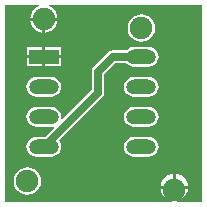
<source format=gbl>
%FSLAX25Y25*%
%MOIN*%
G70*
G01*
G75*
G04 Layer_Physical_Order=2*
G04 Layer_Color=16711680*
%ADD10R,0.04016X0.03543*%
%ADD11C,0.02500*%
%ADD12R,0.28500X0.13000*%
%ADD13R,0.23500X0.21500*%
%ADD14R,0.39500X0.21500*%
%ADD15C,0.07500*%
%ADD16R,0.10000X0.05000*%
%ADD17O,0.10000X0.05000*%
G36*
X272217Y306523D02*
X263781D01*
X263749Y307022D01*
X264184Y307079D01*
X265288Y307537D01*
X266236Y308264D01*
X266963Y309212D01*
X267421Y310315D01*
X267511Y311000D01*
X258489D01*
X258579Y310315D01*
X259037Y309212D01*
X259764Y308264D01*
X260712Y307537D01*
X261816Y307079D01*
X262251Y307022D01*
X262219Y306523D01*
X206523D01*
Y372217D01*
X217750D01*
X217847Y371727D01*
X217212Y371463D01*
X216264Y370736D01*
X215537Y369788D01*
X215079Y368685D01*
X214989Y368000D01*
X224011D01*
X223921Y368685D01*
X223463Y369788D01*
X222736Y370736D01*
X221788Y371463D01*
X221153Y371727D01*
X221250Y372217D01*
X272217D01*
Y306523D01*
D02*
G37*
%LPC*%
G36*
X254500Y338316D02*
X249500D01*
X248642Y338203D01*
X247842Y337872D01*
X247155Y337345D01*
X246628Y336658D01*
X246297Y335858D01*
X246184Y335000D01*
X246297Y334142D01*
X246628Y333342D01*
X247155Y332655D01*
X247842Y332129D01*
X248642Y331797D01*
X249500Y331684D01*
X254500D01*
X255358Y331797D01*
X256158Y332129D01*
X256845Y332655D01*
X257371Y333342D01*
X257703Y334142D01*
X257816Y335000D01*
X257703Y335858D01*
X257371Y336658D01*
X256845Y337345D01*
X256158Y337872D01*
X255358Y338203D01*
X254500Y338316D01*
D02*
G37*
G36*
X222000Y348316D02*
X217000D01*
X216142Y348203D01*
X215342Y347871D01*
X214655Y347345D01*
X214128Y346658D01*
X213797Y345858D01*
X213684Y345000D01*
X213797Y344142D01*
X214128Y343342D01*
X214655Y342655D01*
X215342Y342128D01*
X216142Y341797D01*
X217000Y341684D01*
X222000D01*
X222858Y341797D01*
X223658Y342128D01*
X224345Y342655D01*
X224871Y343342D01*
X225203Y344142D01*
X225316Y345000D01*
X225203Y345858D01*
X224871Y346658D01*
X224345Y347345D01*
X223658Y347871D01*
X222858Y348203D01*
X222000Y348316D01*
D02*
G37*
G36*
X254500D02*
X249500D01*
X248642Y348203D01*
X247842Y347871D01*
X247155Y347345D01*
X246628Y346658D01*
X246297Y345858D01*
X246184Y345000D01*
X246297Y344142D01*
X246628Y343342D01*
X247155Y342655D01*
X247842Y342128D01*
X248642Y341797D01*
X249500Y341684D01*
X254500D01*
X255358Y341797D01*
X256158Y342128D01*
X256845Y342655D01*
X257371Y343342D01*
X257703Y344142D01*
X257816Y345000D01*
X257703Y345858D01*
X257371Y346658D01*
X256845Y347345D01*
X256158Y347871D01*
X255358Y348203D01*
X254500Y348316D01*
D02*
G37*
G36*
Y328316D02*
X249500D01*
X248642Y328203D01*
X247842Y327871D01*
X247155Y327345D01*
X246628Y326658D01*
X246297Y325858D01*
X246184Y325000D01*
X246297Y324142D01*
X246628Y323342D01*
X247155Y322655D01*
X247842Y322129D01*
X248642Y321797D01*
X249500Y321684D01*
X254500D01*
X255358Y321797D01*
X256158Y322129D01*
X256845Y322655D01*
X257371Y323342D01*
X257703Y324142D01*
X257816Y325000D01*
X257703Y325858D01*
X257371Y326658D01*
X256845Y327345D01*
X256158Y327871D01*
X255358Y328203D01*
X254500Y328316D01*
D02*
G37*
G36*
X214000Y318076D02*
X212815Y317921D01*
X211712Y317463D01*
X210764Y316736D01*
X210037Y315788D01*
X209579Y314685D01*
X209423Y313500D01*
X209579Y312316D01*
X210037Y311212D01*
X210764Y310264D01*
X211712Y309537D01*
X212815Y309079D01*
X214000Y308924D01*
X215184Y309079D01*
X216288Y309537D01*
X217236Y310264D01*
X217963Y311212D01*
X218421Y312316D01*
X218577Y313500D01*
X218421Y314685D01*
X217963Y315788D01*
X217236Y316736D01*
X216288Y317463D01*
X215184Y317921D01*
X214000Y318076D01*
D02*
G37*
G36*
X262500Y316011D02*
X261816Y315921D01*
X260712Y315463D01*
X259764Y314736D01*
X259037Y313788D01*
X258579Y312684D01*
X258489Y312000D01*
X262500D01*
Y316011D01*
D02*
G37*
G36*
X263500D02*
Y312000D01*
X267511D01*
X267421Y312684D01*
X266963Y313788D01*
X266236Y314736D01*
X265288Y315463D01*
X264184Y315921D01*
X263500Y316011D01*
D02*
G37*
G36*
X219000Y354500D02*
X213713D01*
Y351713D01*
X219000D01*
Y354500D01*
D02*
G37*
G36*
X252000Y369076D02*
X250816Y368921D01*
X249712Y368463D01*
X248764Y367736D01*
X248037Y366788D01*
X247579Y365685D01*
X247424Y364500D01*
X247579Y363316D01*
X248037Y362212D01*
X248764Y361264D01*
X249712Y360537D01*
X250816Y360079D01*
X252000Y359924D01*
X253185Y360079D01*
X254288Y360537D01*
X255236Y361264D01*
X255963Y362212D01*
X256421Y363316D01*
X256576Y364500D01*
X256421Y365685D01*
X255963Y366788D01*
X255236Y367736D01*
X254288Y368463D01*
X253185Y368921D01*
X252000Y369076D01*
D02*
G37*
G36*
X219000Y367000D02*
X214989D01*
X215079Y366316D01*
X215537Y365212D01*
X216264Y364264D01*
X217212Y363537D01*
X218316Y363079D01*
X219000Y362989D01*
Y367000D01*
D02*
G37*
G36*
X224011D02*
X220000D01*
Y362989D01*
X220685Y363079D01*
X221788Y363537D01*
X222736Y364264D01*
X223463Y365212D01*
X223921Y366316D01*
X224011Y367000D01*
D02*
G37*
G36*
X254500Y358316D02*
X249500D01*
X248642Y358203D01*
X247842Y357872D01*
X247155Y357345D01*
X246950Y357077D01*
X242500D01*
X242500Y357077D01*
X241705Y356919D01*
X241031Y356469D01*
X236031Y351469D01*
X235581Y350795D01*
X235423Y350000D01*
Y343860D01*
X225677Y334115D01*
X225228Y334336D01*
X225316Y335000D01*
X225203Y335858D01*
X224871Y336658D01*
X224345Y337345D01*
X223658Y337872D01*
X222858Y338203D01*
X222000Y338316D01*
X217000D01*
X216142Y338203D01*
X215342Y337872D01*
X214655Y337345D01*
X214128Y336658D01*
X213797Y335858D01*
X213684Y335000D01*
X213797Y334142D01*
X214128Y333342D01*
X214655Y332655D01*
X215342Y332129D01*
X216142Y331797D01*
X217000Y331684D01*
X222000D01*
X222664Y331772D01*
X222885Y331323D01*
X219878Y328316D01*
X217000D01*
X216142Y328203D01*
X215342Y327871D01*
X214655Y327345D01*
X214128Y326658D01*
X213797Y325858D01*
X213684Y325000D01*
X213797Y324142D01*
X214128Y323342D01*
X214655Y322655D01*
X215342Y322129D01*
X216142Y321797D01*
X217000Y321684D01*
X222000D01*
X222858Y321797D01*
X223658Y322129D01*
X224345Y322655D01*
X224871Y323342D01*
X225203Y324142D01*
X225316Y325000D01*
X225203Y325858D01*
X224871Y326658D01*
X224535Y327097D01*
X238969Y341531D01*
X238969Y341531D01*
X239419Y342205D01*
X239577Y343000D01*
Y349139D01*
X243360Y352923D01*
X246950D01*
X247155Y352655D01*
X247842Y352129D01*
X248642Y351797D01*
X249500Y351684D01*
X254500D01*
X255358Y351797D01*
X256158Y352129D01*
X256845Y352655D01*
X257371Y353342D01*
X257703Y354142D01*
X257816Y355000D01*
X257703Y355858D01*
X257371Y356658D01*
X256845Y357345D01*
X256158Y357872D01*
X255358Y358203D01*
X254500Y358316D01*
D02*
G37*
G36*
X225287Y354500D02*
X220000D01*
Y351713D01*
X225287D01*
Y354500D01*
D02*
G37*
G36*
X219000Y358287D02*
X213713D01*
Y355500D01*
X219000D01*
Y358287D01*
D02*
G37*
G36*
X225287D02*
X220000D01*
Y355500D01*
X225287D01*
Y358287D01*
D02*
G37*
%LPD*%
D11*
X219500Y325000D02*
X237500Y343000D01*
Y350000D01*
X242500Y355000D01*
X252000D01*
D15*
Y364500D02*
D03*
X219500Y367500D02*
D03*
X214000Y313500D02*
D03*
X263000Y310500D02*
D03*
D16*
X219500Y355000D02*
D03*
D17*
Y345000D02*
D03*
Y335000D02*
D03*
Y325000D02*
D03*
X252000Y355000D02*
D03*
Y345000D02*
D03*
Y335000D02*
D03*
Y325000D02*
D03*
M02*

</source>
